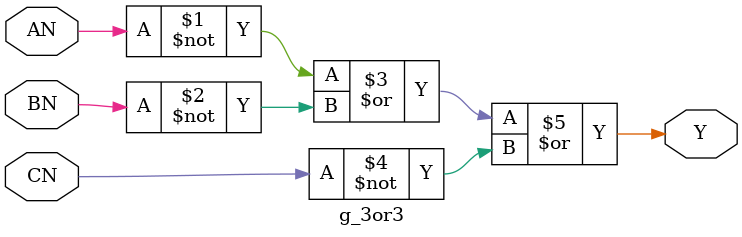
<source format=v>
module g_3or3 (Y, AN, BN, CN);

   input AN, BN, CN;
   output Y;

   or (Y, ~AN, ~BN, ~CN);

endmodule // g_3or3

</source>
